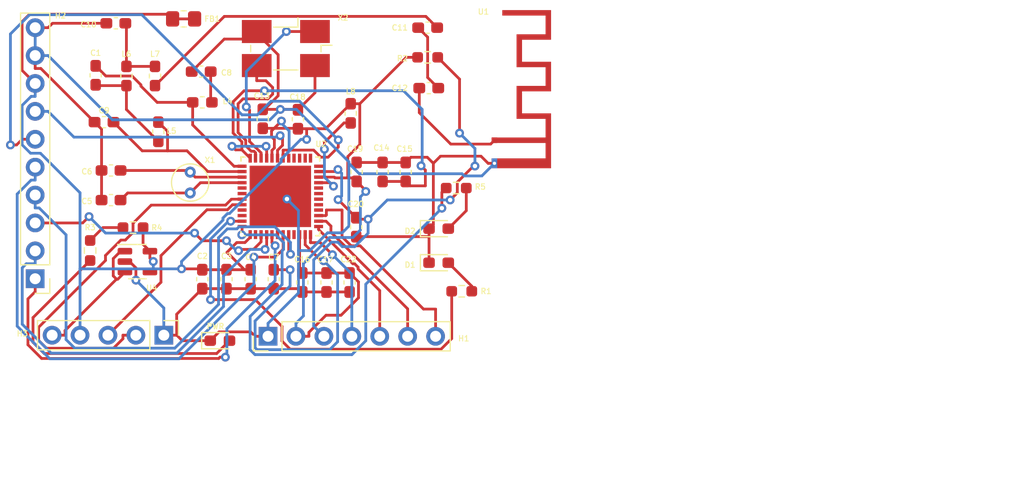
<source format=kicad_pcb>
(kicad_pcb (version 20221018) (generator pcbnew)
  (layers (0 "F.Cu" signal) (31 "B.Cu" signal) (34 "B.Paste" user) (35 "F.Paste" user) (36 "B.SilkS" user "B.Silkscreen") (37 "F.SilkS" user "F.Silkscreen") (38 "B.Mask" user) (39 "F.Mask" user) (44 "Edge.Cuts" user))
  (net 0 "")
  (net 1 "Net-(C1-Pad1)")
  (net 2 "GNDREF")
  (net 3 "Net-(U2-RF_N)")
  (net 4 "Net-(C8-Pad2)")
  (net 5 "Net-(U2-RF_P)")
  (net 6 "Net-(C10-Pad1)")
  (net 7 "Net-(C11-Pad1)")
  (net 8 "Net-(C11-Pad2)")
  (net 9 "Net-(C12-Pad1)")
  (net 10 "Net-(U2-DCOUPL)")
  (net 11 "+3V3")
  (net 12 "VDDR")
  (net 13 "Reset")
  (net 14 "X_32K_2")
  (net 15 "X_32K_1")
  (net 16 "Net-(D1-A)")
  (net 17 "Net-(D2-A)")
  (net 18 "Net-(PWR1-A)")
  (net 19 "JTAG_TMSC")
  (net 20 "JTAG_TCKC")
  (net 21 "TDO")
  (net 22 "TDI")
  (net 23 "UART_Rx")
  (net 24 "UART_Tx")
  (net 25 "+5V")
  (net 26 "/Pin_11")
  (net 27 "/Pin_10")
  (net 28 "/Pin_9")
  (net 29 "/Btn_2")
  (net 30 "/Btn_1")
  (net 31 "/An_2")
  (net 32 "/An_1")
  (net 33 "VDDS_DCDC")
  (net 34 "Net-(R3-Pad1)")
  (net 35 "/LED_1")
  (net 36 "/LED_2")
  (net 56 "X_48M_1")
  (net 57 "X_48M_2")
  (footprint "Capacitor_SMD:C_0603_1608Metric_Pad1.08x0.95mm_HandSolder" (layer "F.Cu") (at 133.9375 84.1375 90)
    (fp_text reference "C19")
    (fp_text value "0.1uf" hide)
  )
  (footprint "cc2652R7:cc2652R7" (layer "F.Cu") (at 127 86.36)
    (fp_text reference "U2")
    (fp_text value "cc2652R7" hide)
  )
  (footprint "Capacitor_SMD:C_0603_1608Metric_Pad1.08x0.95mm_HandSolder" (layer "F.Cu") (at 133.9 89.1625 -90)
    (fp_text reference "C20")
    (fp_text value "0.1uf" hide)
  )
  (footprint "Resistor_SMD:R_0603_1608Metric_Pad0.98x0.95mm_HandSolder" (layer "F.Cu") (at 113.6 89.2 180)
    (fp_text reference "R4")
    (fp_text value "0E" hide)
  )
  (footprint "Capacitor_SMD:C_0603_1608Metric_Pad1.08x0.95mm_HandSolder" (layer "F.Cu") (at 125.4 79.3 90)
    (fp_text reference "C13")
    (fp_text value "22uf" hide)
  )
  (footprint "Capacitor_SMD:C_0603_1608Metric_Pad1.08x0.95mm_HandSolder" (layer "F.Cu") (at 124.3 93.9 -90)
    (fp_text reference "C4")
    (fp_text value "0.1uf" hide)
  )
  (footprint "Capacitor_SMD:C_0603_1608Metric_Pad1.08x0.95mm_HandSolder" (layer "F.Cu") (at 122.1 93.9 -90)
    (fp_text reference "C3")
    (fp_text value "0.1uf" hide)
  )
  (footprint "Inductor_SMD:L_0603_1608Metric_Pad1.05x0.95mm_HandSolder" (layer "F.Cu") (at 119.9 77.8 180)
    (fp_text reference "L4")
    (fp_text value "3.7nH" hide)
  )
  (footprint "Capacitor_SMD:C_0603_1608Metric_Pad1.08x0.95mm_HandSolder" (layer "F.Cu") (at 119.9 93.9 -90)
    (fp_text reference "C2")
    (fp_text value "0.1uf" hide)
  )
  (footprint "Capacitor_SMD:C_0603_1608Metric_Pad1.08x0.95mm_HandSolder" (layer "F.Cu") (at 111.6 86.7 180)
    (fp_text reference "C5")
    (fp_text value "12pf" hide)
  )
  (footprint "Capacitor_SMD:C_0603_1608Metric_Pad1.08x0.95mm_HandSolder" (layer "F.Cu") (at 112.0375 70.6 180)
    (fp_text reference "C10")
    (fp_text value "1pf" hide)
  )
  (footprint "Crystal:Crystal_SMD_0603-4Pin_6.0x3.5mm_HandSoldering" (layer "F.Cu") (at 127.5 72.9 180)
    (fp_text reference "X2")
    (fp_text value "48MHz" hide)
  )
  (footprint "RF_Antenna:Texas_SWRA117D_2.4GHz_Left" (layer "F.Cu") (at 146.475 81.25 -90)
    (fp_text reference "U1")
    (fp_text value "Antenna_Dipole" hide)
  )
  (footprint "Connector_PinHeader_2.54mm:PinHeader_1x05_P2.54mm_Vertical" (layer "F.Cu") (at 116.4 99 -90)
    (fp_text reference "H3")
    (fp_text value "UART_Conn" hide)
  )
  (footprint "Capacitor_SMD:C_0603_1608Metric_Pad1.08x0.95mm_HandSolder" (layer "F.Cu") (at 119.8 75)
    (fp_text reference "C8")
    (fp_text value "12pf" hide)
  )
  (footprint "Capacitor_SMD:C_0603_1608Metric_Pad1.08x0.95mm_HandSolder" (layer "F.Cu") (at 138.4 84.1375 90)
    (fp_text reference "C15")
    (fp_text value "0.1uf" hide)
  )
  (footprint "Capacitor_SMD:C_0603_1608Metric_Pad1.08x0.95mm_HandSolder" (layer "F.Cu") (at 129 94.2 -90)
    (fp_text reference "C16")
    (fp_text value "0.1uf" hide)
  )
  (footprint "Resistor_SMD:R_0603_1608Metric_Pad0.98x0.95mm_HandSolder" (layer "F.Cu") (at 109.7 91.2875 -90)
    (fp_text reference "R3")
    (fp_text value "1K" hide)
  )
  (footprint "LED_SMD:LED_0603_1608Metric_Pad1.05x0.95mm_HandSolder" (layer "F.Cu") (at 141.4 89.3)
    (fp_text reference "D2")
    (fp_text value "LED_2" hide)
  )
  (footprint "Capacitor_SMD:C_0603_1608Metric_Pad1.08x0.95mm_HandSolder" (layer "F.Cu") (at 110.9625 79.6 180)
    (fp_text reference "C9")
    (fp_text value "1pf" hide)
  )
  (footprint "Capacitor_SMD:C_0603_1608Metric_Pad1.08x0.95mm_HandSolder" (layer "F.Cu") (at 111.6 84 180)
    (fp_text reference "C6")
    (fp_text value "12pf" hide)
  )
  (footprint "Resistor_SMD:R_0603_1608Metric_Pad0.98x0.95mm_HandSolder" (layer "F.Cu") (at 143 85.6)
    (fp_text reference "R5")
    (fp_text value "1K" hide)
  )
  (footprint "Capacitor_SMD:C_0603_1608Metric_Pad1.08x0.95mm_HandSolder" (layer "F.Cu") (at 140.4 71)
    (fp_text reference "C11")
    (fp_text value "12pf" hide)
  )
  (footprint "Connector_PinHeader_2.54mm:PinHeader_1x07_P2.54mm_Vertical" (layer "F.Cu") (at 125.88 99.1 90)
    (fp_text reference "H1")
    (fp_text value "JTAG_Conn" hide)
  )
  (footprint "Connector_PinHeader_2.54mm:PinHeader_1x10_P2.54mm_Vertical" (layer "F.Cu") (at 104.7 93.86 180)
    (fp_text reference "H2")
    (fp_text value "Headers" hide)
  )
  (footprint "Capacitor_SMD:C_0603_1608Metric_Pad1.08x0.95mm_HandSolder" (layer "F.Cu") (at 126.4 93.9 90)
    (fp_text reference "C7")
    (fp_text value "1uf" hide)
  )
  (footprint "Capacitor_SMD:C_0603_1608Metric_Pad1.08x0.95mm_HandSolder" (layer "F.Cu") (at 140.5 76.5)
    (fp_text reference "C12")
    (fp_text value "12pf" hide)
  )
  (footprint "LED_SMD:LED_0603_1608Metric_Pad1.05x0.95mm_HandSolder" (layer "F.Cu") (at 121.5 99.5)
    (fp_text reference "PWR")
    (fp_text value "LED" hide)
  )
  (footprint "Package_TO_SOT_SMD:SOT-23-5" (layer "F.Cu") (at 114 92.3)
    (fp_text reference "U4")
    (fp_text value "AP2112K-3.3" hide)
  )
  (footprint "Resistor_SMD:R_0603_1608Metric_Pad0.98x0.95mm_HandSolder" (layer "F.Cu") (at 140.4 73.7)
    (fp_text reference "R2")
    (fp_text value "100K" hide)
  )
  (footprint "Capacitor_SMD:C_0603_1608Metric_Pad1.08x0.95mm_HandSolder" (layer "F.Cu") (at 110.2 75.3375 90)
    (fp_text reference "C1")
    (fp_text value "1pf" hide)
  )
  (footprint "Inductor_SMD:L_0603_1608Metric_Pad1.05x0.95mm_HandSolder" (layer "F.Cu") (at 113 75.4 90)
    (fp_text reference "L6")
    (fp_text value "3.4nH" hide)
  )
  (footprint "Inductor_SMD:L_0603_1608Metric_Pad1.05x0.95mm_HandSolder" (layer "F.Cu") (at 115.9 80.475 -90)
    (fp_text reference "L5")
    (fp_text value "3.7nH" hide)
  )
  (footprint "Inductor_SMD:L_0603_1608Metric_Pad1.05x0.95mm_HandSolder" (layer "F.Cu") (at 115.6 75.4 -90)
    (fp_text reference "L7")
    (fp_text value "3.4nH" hide)
  )
  (footprint "Resistor_SMD:R_0805_2012Metric_Pad1.20x1.40mm_HandSolder" (layer "F.Cu") (at 118.2 70.2)
    (fp_text reference "FB1")
    (fp_text value "FerriteBead" hide)
  )
  (footprint "Capacitor_SMD:C_0603_1608Metric_Pad1.08x0.95mm_HandSolder" (layer "F.Cu") (at 128.6 79.3375 90)
    (fp_text reference "C18")
    (fp_text value "0.1uf" hide)
  )
  (footprint "Resistor_SMD:R_0603_1608Metric_Pad0.98x0.95mm_HandSolder" (layer "F.Cu") (at 143.5 95)
    (fp_text reference "R1")
    (fp_text value "1K" hide)
  )
  (footprint "Capacitor_SMD:C_0603_1608Metric_Pad1.08x0.95mm_HandSolder" (layer "F.Cu") (at 136.3 84.1375 90)
    (fp_text reference "C14")
    (fp_text value "0.1uf" hide)
  )
  (footprint "Crystal:Crystal_C38-LF_D3.0mm_L8.0mm_Vertical" (layer "F.Cu") (at 118.8 86.05 90)
    (fp_text reference "X1")
    (fp_text value "32.768KHz" hide)
  )
  (footprint "LED_SMD:LED_0603_1608Metric_Pad1.05x0.95mm_HandSolder" (layer "F.Cu") (at 141.4 92.4)
    (fp_text reference "D1")
    (fp_text value "LED_1" hide)
  )
  (footprint "Capacitor_SMD:C_0603_1608Metric_Pad1.08x0.95mm_HandSolder" (layer "F.Cu") (at 131.2 94.2 -90)
    (fp_text reference "C17")
    (fp_text value "0.1uf" hide)
  )
  (footprint "Capacitor_SMD:C_0603_1608Metric_Pad1.08x0.95mm_HandSolder" (layer "F.Cu") (at 133.3 94.2 -90)
    (fp_text reference "C22")
    (fp_text value "2.2uf" hide)
  )
  (footprint "Inductor_SMD:L_0603_1608Metric_Pad1.05x0.95mm_HandSolder" (layer "F.Cu") (at 133.4 78.8 -90)
    (fp_text reference "L8")
    (fp_text value "6.8uH" hide)
  )
  (segment (start 113 76.275) (end 113 78.45) (width 0.25) (layer "F.Cu") (net 1))
  (segment (start 113 78.45) (end 115.9 81.35) (width 0.25) (layer "F.Cu") (net 1))
  (segment (start 110.275 76.275) (end 110.2 76.2) (width 0.25) (layer "F.Cu") (net 1))
  (segment (start 113 76.275) (end 110.275 76.275) (width 0.25) (layer "F.Cu") (net 1))
  (segment (start 140.525 90.025) (end 133.9 90.025) (width 0.25) (layer "F.Cu") (net 2))
  (segment (start 140.9171 83.35) (end 140.9171 88.9079) (width 0.25) (layer "F.Cu") (net 2))
  (segment (start 113.8635 92.8743) (end 113.8635 93.9867) (width 0.25) (layer "F.Cu") (net 2))
  (segment (start 136.3 83.275) (end 133.9375 83.275) (width 0.25) (layer "F.Cu") (net 2))
  (segment (start 126.8015 73.4662) (end 125.3737 72.0384) (width 0.25) (layer "F.Cu") (net 2))
  (segment (start 125.5598 78.4375) (end 126.8015 77.1958) (width 0.25) (layer "F.Cu") (net 2))
  (segment (start 140.3671 82.8) (end 138.875 82.8) (width 0.25) (layer "F.Cu") (net 2))
  (segment (start 113.2892 92.3) (end 113.8635 92.8743) (width 0.25) (layer "F.Cu") (net 2))
  (segment (start 129 95.0625) (end 128.7 94.7625) (width 0.25) (layer "F.Cu") (net 2))
  (segment (start 125.88 99.1) (end 124.7031 99.1) (width 0.25) (layer "F.Cu") (net 2))
  (segment (start 124.3003 98.6972) (end 121.4278 98.6972) (width 0.25) (layer "F.Cu") (net 2))
  (segment (start 117.5707 99) (end 117.5769 99) (width 0.25) (layer "F.Cu") (net 2))
  (segment (start 145.2481 82.7) (end 141.5671 82.7) (width 0.25) (layer "F.Cu") (net 2))
  (segment (start 117.5707 97.0918) (end 119.9 94.7625) (width 0.25) (layer "F.Cu") (net 2))
  (segment (start 130.15 76.925) (end 128.6 78.475) (width 0.25) (layer "F.Cu") (net 2))
  (segment (start 112.8625 92.3) (end 113.2892 92.3) (width 0.25) (layer "F.Cu") (net 2))
  (segment (start 104.7 73.54) (end 104.7 74.7169) (width 0.25) (layer "F.Cu") (net 2))
  (segment (start 130.15 74.45) (end 130.15 76.925) (width 0.25) (layer "F.Cu") (net 2))
  (segment (start 124.85 71.35) (end 124.85 72.0384) (width 0.25) (layer "F.Cu") (net 2))
  (segment (start 125.3737 72.0384) (end 124.85 72.0384) (width 0.25) (layer "F.Cu") (net 2))
  (segment (start 105.2169 74.7169) (end 110.1 79.6) (width 0.25) (layer "F.Cu") (net 2))
  (segment (start 128.5657 78.4407) (end 128.6 78.475) (width 0.25) (layer "F.Cu") (net 2))
  (segment (start 125.4 78.4375) (end 125.5598 78.4375) (width 0.25) (layer "F.Cu") (net 2))
  (segment (start 110.7375 84) (end 110.7375 86.7) (width 0.25) (layer "F.Cu") (net 2))
  (segment (start 124.7031 99.1) (end 124.3003 98.6972) (width 0.25) (layer "F.Cu") (net 2))
  (segment (start 117.5707 99) (end 117.5707 97.0918) (width 0.25) (layer "F.Cu") (net 2))
  (segment (start 145.8981 83.35) (end 145.2481 82.7) (width 0.25) (layer "F.Cu") (net 2))
  (segment (start 128.7 94.7625) (end 126.4 94.7625) (width 0.25) (layer "F.Cu") (net 2))
  (segment (start 106.2769 70.6) (end 105.8769 71) (width 0.25) (layer "F.Cu") (net 2))
  (segment (start 125.4 78.4375) (end 126.9968 78.4375) (width 0.25) (layer "F.Cu") (net 2))
  (segment (start 120.625 99.5) (end 118.0769 99.5) (width 0.25) (layer "F.Cu") (net 2))
  (segment (start 126.9968 78.4375) (end 127 78.4407) (width 0.25) (layer "F.Cu") (net 2))
  (segment (start 140.9171 88.9079) (end 140.525 89.3) (width 0.25) (layer "F.Cu") (net 2))
  (segment (start 121.4278 98.6972) (end 120.625 99.5) (width 0.25) (layer "F.Cu") (net 2))
  (segment (start 119.9 94.7625) (end 122.1 94.7625) (width 0.25) (layer "F.Cu") (net 2))
  (segment (start 140.525 92.4) (end 140.525 90.025) (width 0.25) (layer "F.Cu") (net 2))
  (segment (start 140.525 90.025) (end 140.525 89.3) (width 0.25) (layer "F.Cu") (net 2))
  (segment (start 122.1 94.7625) (end 124.3 94.7625) (width 0.25) (layer "F.Cu") (net 2))
  (segment (start 104.7 74.7169) (end 105.2169 74.7169) (width 0.25) (layer "F.Cu") (net 2))
  (segment (start 118.0769 99.5) (end 117.5769 99) (width 0.25) (layer "F.Cu") (net 2))
  (segment (start 133.3 95.0625) (end 131.2 95.0625) (width 0.25) (layer "F.Cu") (net 2))
  (segment (start 124.3 94.7625) (end 126.4 94.7625) (width 0.25) (layer "F.Cu") (net 2))
  (segment (start 126.8015 77.1958) (end 126.8015 73.4662) (width 0.25) (layer "F.Cu") (net 2))
  (segment (start 121.8991 72.0384) (end 124.85 72.0384) (width 0.25) (layer "F.Cu") (net 2))
  (segment (start 110.7375 80.2375) (end 110.1 79.6) (width 0.25) (layer "F.Cu") (net 2))
  (segment (start 111.175 70.6) (end 106.2769 70.6) (width 0.25) (layer "F.Cu") (net 2))
  (segment (start 141.5671 82.7) (end 140.9171 83.35) (width 0.25) (layer "F.Cu") (net 2))
  (segment (start 138.875 82.8) (end 138.4 83.275) (width 0.25) (layer "F.Cu") (net 2))
  (segment (start 140.9171 83.35) (end 140.3671 82.8) (width 0.25) (layer "F.Cu") (net 2))
  (segment (start 138.4 83.275) (end 136.3 83.275) (width 0.25) (layer "F.Cu") (net 2))
  (segment (start 110.7375 84) (end 110.7375 80.2375) (width 0.25) (layer "F.Cu") (net 2))
  (segment (start 146.475 83.35) (end 145.8981 83.35) (width 0.25) (layer "F.Cu") (net 2))
  (segment (start 131.2 95.0625) (end 129 95.0625) (width 0.25) (layer "F.Cu") (net 2))
  (segment (start 116.4 99) (end 117.5707 99) (width 0.25) (layer "F.Cu") (net 2))
  (segment (start 127 78.4407) (end 128.5657 78.4407) (width 0.25) (layer "F.Cu") (net 2))
  (segment (start 104.7 71) (end 105.8769 71) (width 0.25) (layer "F.Cu") (net 2))
  (segment (start 118.9375 75) (end 121.8991 72.0384) (width 0.25) (layer "F.Cu") (net 2))
  (via (at 113.8635 93.9867) (size 0.8) (drill 0.4) (layers "F.Cu" "B.Cu") (net 2))
  (via (at 127 78.4407) (size 0.8) (drill 0.4) (layers "F.Cu" "B.Cu") (net 2))
  (via (at 127.6 86.6) (size 0.8) (drill 0.4) (layers "F.Cu" "B.Cu") (net 2))
  (segment (start 128.4603 78.4407) (end 133.2322 83.2126) (width 0.25) (layer "B.Cu") (net 2))
  (segment (start 145.325 84.5) (end 143.725305 84.5) (width 0.25) (layer "B.Cu") (net 2))
  (segment (start 116.4 96.5232) (end 113.8635 93.9867) (width 0.25) (layer "B.Cu") (net 2))
  (segment (start 128.6475 87.6475) (end 128.6475 91.2959) (width 0.25) (layer "B.Cu") (net 2))
  (segment (start 126.0528 79.3879) (end 127 78.4407) (width 0.25) (layer "B.Cu") (net 2))
  (segment (start 125.88 99.1) (end 125.88 97.9231) (width 0.25) (layer "B.Cu") (net 2))
  (segment (start 111.7248 79.3879) (end 126.0528 79.3879) (width 0.25) (layer "B.Cu") (net 2))
  (segment (start 104.7 71) (end 104.7 73.54) (width 0.25) (layer "B.Cu") (net 2))
  (segment (start 116.4 99) (end 116.4 96.5232) (width 0.25) (layer "B.Cu") (net 2))
  (segment (start 143.725305 84.5) (end 143.525305 84.3) (width 0.25) (layer "B.Cu") (net 2))
  (segment (start 104.7 73.54) (end 105.8769 73.54) (width 0.25) (layer "B.Cu") (net 2))
  (segment (start 134.1822 84.3) (end 133.2322 83.35) (width 0.25) (layer "B.Cu") (net 2))
  (segment (start 146.475 83.35) (end 145.325 84.5) (width 0.25) (layer "B.Cu") (net 2))
  (segment (start 131.293781 89.678379) (end 132.621621 89.678379) (width 0.25) (layer "B.Cu") (net 2))
  (segment (start 127.6 86.6) (end 128.6475 87.6475) (width 0.25) (layer "B.Cu") (net 2))
  (segment (start 128.6475 95.1556) (end 128.6475 91.2959) (width 0.25) (layer "B.Cu") (net 2))
  (segment (start 128.6475 91.2959) (end 129.67626 91.2959) (width 0.25) (layer "B.Cu") (net 2))
  (segment (start 105.8769 73.54) (end 111.7248 79.3879) (width 0.25) (layer "B.Cu") (net 2))
  (segment (start 132.621621 89.678379) (end 133.2322 89.0678) (width 0.25) (layer "B.Cu") (net 2))
  (segment (start 129.67626 91.2959) (end 131.293781 89.678379) (width 0.25) (layer "B.Cu") (net 2))
  (segment (start 133.2322 89.0678) (end 133.2322 83.35) (width 0.25) (layer "B.Cu") (net 2))
  (segment (start 127 78.4407) (end 128.4603 78.4407) (width 0.25) (layer "B.Cu") (net 2))
  (segment (start 125.88 97.9231) (end 128.6475 95.1556) (width 0.25) (layer "B.Cu") (net 2))
  (segment (start 143.525305 84.3) (end 134.1822 84.3) (width 0.25) (layer "B.Cu") (net 2))
  (segment (start 133.2322 83.2126) (end 133.2322 83.35) (width 0.25) (layer "B.Cu") (net 2))
  (segment (start 116.7412 82.2117) (end 118.5117 82.2117) (width 0.25) (layer "F.Cu") (net 3))
  (segment (start 111.825 79.6) (end 114.4367 82.2117) (width 0.25) (layer "F.Cu") (net 3))
  (segment (start 120.3994 84.0994) (end 123.5202 84.0994) (width 0.25) (layer "F.Cu") (net 3))
  (segment (start 118.5117 82.2117) (end 120.3994 84.0994) (width 0.25) (layer "F.Cu") (net 3))
  (segment (start 115.9 79.6) (end 116.7412 80.4412) (width 0.25) (layer "F.Cu") (net 3))
  (segment (start 116.7412 80.4412) (end 116.7412 82.2117) (width 0.25) (layer "F.Cu") (net 3))
  (segment (start 114.4367 82.2117) (end 116.7412 82.2117) (width 0.25) (layer "F.Cu") (net 3))
  (segment (start 120.6625 77.6875) (end 120.6625 75) (width 0.25) (layer "F.Cu") (net 4))
  (segment (start 120.775 77.8) (end 120.6625 77.6875) (width 0.25) (layer "F.Cu") (net 4))
  (segment (start 119.025 79.8549) (end 122.7869 83.6168) (width 0.25) (layer "F.Cu") (net 5))
  (segment (start 114.3141 76.3175) (end 114.3141 76.2027) (width 0.25) (layer "F.Cu") (net 5))
  (segment (start 111.1251 75.4001) (end 110.2 74.475) (width 0.25) (layer "F.Cu") (net 5))
  (segment (start 119.025 77.8) (end 115.7966 77.8) (width 0.25) (layer "F.Cu") (net 5))
  (segment (start 115.7966 77.8) (end 114.3141 76.3175) (width 0.25) (layer "F.Cu") (net 5))
  (segment (start 119.025 77.8) (end 119.025 79.8549) (width 0.25) (layer "F.Cu") (net 5))
  (segment (start 123.5202 83.6168) (end 122.7869 83.6168) (width 0.25) (layer "F.Cu") (net 5))
  (segment (start 114.3141 76.2027) (end 113.5115 75.4001) (width 0.25) (layer "F.Cu") (net 5))
  (segment (start 113.5115 75.4001) (end 111.1251 75.4001) (width 0.25) (layer "F.Cu") (net 5))
  (segment (start 113 74.525) (end 113 70.7) (width 0.25) (layer "F.Cu") (net 6))
  (segment (start 113 70.7) (end 112.9 70.6) (width 0.25) (layer "F.Cu") (net 6))
  (segment (start 113 74.525) (end 115.6 74.525) (width 0.25) (layer "F.Cu") (net 6))
  (segment (start 140.3987 71.8612) (end 139.5375 71) (width 0.25) (layer "F.Cu") (net 7))
  (segment (start 140.3987 75.5362) (end 140.3987 71.8612) (width 0.25) (layer "F.Cu") (net 7))
  (segment (start 141.3625 76.5) (end 140.3987 75.5362) (width 0.25) (layer "F.Cu") (net 7))
  (segment (start 140.2356 69.9731) (end 121.9019 69.9731) (width 0.25) (layer "F.Cu") (net 8))
  (segment (start 141.2625 71) (end 140.2356 69.9731) (width 0.25) (layer "F.Cu") (net 8))
  (segment (start 121.9019 69.9731) (end 115.6 76.275) (width 0.25) (layer "F.Cu") (net 8))
  (segment (start 139.6375 78.7375) (end 139.6375 76.5) (width 0.25) (layer "F.Cu") (net 9))
  (segment (start 146.475 81.25) (end 146.125 81.6) (width 0.25) (layer "F.Cu") (net 9))
  (segment (start 146.125 81.6) (end 142.5 81.6) (width 0.25) (layer "F.Cu") (net 9))
  (segment (start 142.5 81.6) (end 139.6375 78.7375) (width 0.25) (layer "F.Cu") (net 9))
  (segment (start 130.936879 92.225903) (end 130.720503 92.225903) (width 0.25) (layer "F.Cu") (net 10))
  (segment (start 129.2606 90.766) (end 129.2606 89.8398) (width 0.25) (layer "F.Cu") (net 10))
  (segment (start 130.720503 92.225903) (end 129.2606 90.766) (width 0.25) (layer "F.Cu") (net 10))
  (segment (start 126.4 93.0375) (end 127.8869 93.0375) (width 0.25) (layer "F.Cu") (net 10))
  (via (at 130.936879 92.225903) (size 0.8) (drill 0.4) (layers "F.Cu" "B.Cu") (net 10))
  (via (at 127.8869 93.0375) (size 0.8) (drill 0.4) (layers "F.Cu" "B.Cu") (net 10))
  (segment (start 132.2094 99.5975) (end 131.4918 100.3151) (width 0.25) (layer "B.Cu") (net 10))
  (segment (start 127.8869 94.5175) (end 127.8869 93.0375) (width 0.25) (layer "B.Cu") (net 10))
  (segment (start 124.8793 100.3151) (end 124.7031 100.1389) (width 0.25) (layer "B.Cu") (net 10))
  (segment (start 132.2094 93.498424) (end 132.2094 99.5975) (width 0.25) (layer "B.Cu") (net 10))
  (segment (start 130.936879 92.225903) (end 132.2094 93.498424) (width 0.25) (layer "B.Cu") (net 10))
  (segment (start 124.7031 97.7013) (end 127.8869 94.5175) (width 0.25) (layer "B.Cu") (net 10))
  (segment (start 131.4918 100.3151) (end 124.8793 100.3151) (width 0.25) (layer "B.Cu") (net 10))
  (segment (start 124.7031 100.1389) (end 124.7031 97.7013) (width 0.25) (layer "B.Cu") (net 10))
  (segment (start 126.238 82.17295) (end 126.238 82.8802) (width 0.25) (layer "F.Cu") (net 11))
  (segment (start 125.4 80.1625) (end 128.5625 80.1625) (width 0.25) (layer "F.Cu") (net 11))
  (segment (start 128.7526 93.0901) (end 128.7526 89.8398) (width 0.25) (layer "F.Cu") (net 11))
  (segment (start 126.45605 81.189294) (end 126.45605 81.9549) (width 0.25) (layer "F.Cu") (net 11))
  (segment (start 123.78165 90.5636) (end 123.0364 90.5636) (width 0.25) (layer "F.Cu") (net 11))
  (segment (start 134.7698 85.8323) (end 134.7698 85.915) (width 0.25) (layer "F.Cu") (net 11))
  (segment (start 124.2568 89.8398) (end 124.2568 90.08845) (width 0.25) (layer "F.Cu") (net 11))
  (segment (start 134.2252 77.925) (end 134.2252 81.6503) (width 0.25) (layer "F.Cu") (net 11))
  (segment (start 119.9 93.0375) (end 122.1 93.0375) (width 0.25) (layer "F.Cu") (net 11))
  (segment (start 128.5625 80.1625) (end 128.6 80.2) (width 0.25) (layer "F.Cu") (net 11))
  (segment (start 129.3925 80.2) (end 129.3925 81.1726) (width 0.25) (layer "F.Cu") (net 11))
  (segment (start 122.1 93.0375) (end 124.3 93.0375) (width 0.25) (layer "F.Cu") (net 11))
  (segment (start 129.5969 98.7403) (end 129.5969 99.1) (width 0.25) (layer "F.Cu") (net 11))
  (segment (start 115.1375 91.35) (end 114.5125 90.725) (width 0.25) (layer "F.Cu") (net 11))
  (segment (start 104.1822 69.7767) (end 103.5096 70.4493) (width 0.25) (layer "F.Cu") (net 11))
  (segment (start 119.9 93.0375) (end 119.8238 92.9613) (width 0.25) (layer "F.Cu") (net 11))
  (segment (start 123.7375 93.0375) (end 124.3 93.0375) (width 0.25) (layer "F.Cu") (net 11))
  (segment (start 134.1074 94.1449) (end 134.1074 95.5989) (width 0.25) (layer "F.Cu") (net 11))
  (segment (start 131.125 80.2) (end 133.4 77.925) (width 0.25) (layer "F.Cu") (net 11))
  (segment (start 134.1074 95.5989) (end 132.5243 97.182) (width 0.25) (layer "F.Cu") (net 11))
  (segment (start 129.0085 99.1) (end 129.5969 99.1) (width 0.25) (layer "F.Cu") (net 11))
  (segment (start 119.2 70.2) (end 117.2 70.2) (width 0.25) (layer "F.Cu") (net 11))
  (segment (start 131.9759 84.6788) (end 131.9045 84.6074) (width 0.25) (layer "F.Cu") (net 11))
  (segment (start 134.2252 77.925) (end 133.4 77.925) (width 0.25) (layer "F.Cu") (net 11))
  (segment (start 133.9375 85) (end 133.6163 84.6788) (width 0.25) (layer "F.Cu") (net 11))
  (segment (start 133.1347 82.7408) (end 133.1347 84.6788) (width 0.25) (layer "F.Cu") (net 11))
  (segment (start 114.5125 90.725) (end 114.5125 89.2) (width 0.25) (layer "F.Cu") (net 11))
  (segment (start 139.4875 73.7) (end 138.4502 73.7) (width 0.25) (layer "F.Cu") (net 11))
  (segment (start 133.3 93.3375) (end 134.1074 94.1449) (width 0.25) (layer "F.Cu") (net 11))
  (segment (start 131.2 93.3375) (end 133.3 93.3375) (width 0.25) (layer "F.Cu") (net 11))
  (segment (start 103.5096 70.4493) (end 103.5096 74.8896) (width 0.25) (layer "F.Cu") (net 11))
  (segment (start 126.2 80.4) (end 126.2 80.933244) (width 0.25) (layer "F.Cu") (net 11))
  (segment (start 122.15 91.45) (end 123.7375 93.0375) (width 0.25) (layer "F.Cu") (net 11))
  (segment (start 126.45605 81.9549) (end 126.238 82.17295) (width 0.25) (layer "F.Cu") (net 11))
  (segment (start 134.2252 81.6503) (end 133.1347 82.7408) (width 0.25) (layer "F.Cu") (net 11))
  (segment (start 132.5243 97.182) (end 131.1552 97.182) (width 0.25) (layer "F.Cu") (net 11))
  (segment (start 129.0085 99.1) (end 128.8269 99.1) (width 0.25) (layer "F.Cu") (net 11))
  (segment (start 128.42 99.1) (end 128.8269 99.1) (width 0.25) (layer "F.Cu") (net 11))
  (segment (start 131.9045 84.6074) (end 130.4798 84.6074) (width 0.25) (layer "F.Cu") (net 11))
  (segment (start 126.2 80.933244) (end 126.45605 81.189294) (width 0.25) (layer "F.Cu") (net 11))
  (segment (start 117.2 70.2) (end 116.7767 69.7767) (width 0.25) (layer "F.Cu") (net 11))
  (segment (start 129 93.3375) (end 128.7526 93.0901) (width 0.25) (layer "F.Cu") (net 11))
  (segment (start 115.44 92.2886) (end 115.1375 91.9861) (width 0.25) (layer "F.Cu") (net 11))
  (segment (start 133.6163 84.6788) (end 133.1347 84.6788) (width 0.25) (layer "F.Cu") (net 11))
  (segment (start 133.9375 85) (end 134.7698 85.8323) (width 0.25) (layer "F.Cu") (net 11))
  (segment (start 128.6 80.2) (end 129.3925 80.2) (width 0.25) (layer "F.Cu") (net 11))
  (segment (start 138.4502 73.7) (end 134.2252 77.925) (width 0.25) (layer "F.Cu") (net 11))
  (segment (start 133.1347 84.6788) (end 131.9759 84.6788) (width 0.25) (layer "F.Cu") (net 11))
  (segment (start 123.0364 90.5636) (end 122.15 91.45) (width 0.25) (layer "F.Cu") (net 11))
  (segment (start 127.1 79.5) (end 126.2 80.4) (width 0.25) (layer "F.Cu") (net 11))
  (segment (start 124.2568 90.08845) (end 123.78165 90.5636) (width 0.25) (layer "F.Cu") (net 11))
  (segment (start 119.8238 92.9613) (end 118.0129 92.9613) (width 0.25) (layer "F.Cu") (net 11))
  (segment (start 115.1375 91.9861) (end 115.1375 91.35) (width 0.25) (layer "F.Cu") (net 11))
  (segment (start 131.2 93.3375) (end 129 93.3375) (width 0.25) (layer "F.Cu") (net 11))
  (segment (start 116.7767 69.7767) (end 104.1822 69.7767) (width 0.25) (layer "F.Cu") (net 11))
  (segment (start 129.3925 80.2) (end 131.125 80.2) (width 0.25) (layer "F.Cu") (net 11))
  (segment (start 103.5096 74.8896) (end 104.7 76.08) (width 0.25) (layer "F.Cu") (net 11))
  (segment (start 131.1552 97.182) (end 129.5969 98.7403) (width 0.25) (layer "F.Cu") (net 11))
  (via (at 129.3925 81.1726) (size 0.8) (drill 0.4) (layers "F.Cu" "B.Cu") (net 11))
  (via (at 134.7698 85.915) (size 0.8) (drill 0.4) (layers "F.Cu" "B.Cu") (net 11))
  (via (at 118.0129 92.9613) (size 0.8) (drill 0.4) (layers "F.Cu" "B.Cu") (net 11))
  (via (at 127.1 79.5) (size 0.8) (drill 0.4) (layers "F.Cu" "B.Cu") (net 11))
  (via (at 115.44 92.2886) (size 0.8) (drill 0.4) (layers "F.Cu" "B.Cu") (net 11))
  (segment (start 104.7 77.2569) (end 104.3322 77.2569) (width 0.25) (layer "B.Cu") (net 11))
  (segment (start 108.7799 92.9597) (end 108.78 92.9597) (width 0.25) (layer "B.Cu") (net 11))
  (segment (start 104.3322 77.2569) (end 103.5124 78.0767) (width 0.25) (layer "B.Cu") (net 11))
  (segment (start 108.7799 86.0333) (end 108.7799 92.9597) (width 0.25) (layer "B.Cu") (net 11))
  (segment (start 103.5124 81.6642) (end 104.2782 82.43) (width 0.25) (layer "B.Cu") (net 11))
  (segment (start 118.0129 92.9613) (end 118.0129 92.2871) (width 0.25) (layer "B.Cu") (net 11))
  (segment (start 128.42 97.9231) (end 129.0994 97.2437) (width 0.25) (layer "B.Cu") (net 11))
  (segment (start 127.0785 83.2215) (end 127.0785 82.9614) (width 0.25) (layer "B.Cu") (net 11))
  (segment (start 122.3794 87.9206) (end 127.0785 83.2215) (width 0.25) (layer "B.Cu") (net 11))
  (segment (start 104.2782 82.43) (end 105.1766 82.43) (width 0.25) (layer "B.Cu") (net 11))
  (segment (start 115.44 92.9597) (end 118.0113 92.9597) (width 0.25) (layer "B.Cu") (net 11))
  (segment (start 122.19115 87.9206) (end 122.3794 87.9206) (width 0.25) (layer "B.Cu") (net 11))
  (segment (start 134.2812 89.4188) (end 134.2812 86.4036) (width 0.25) (layer "B.Cu") (net 11))
  (segment (start 131.469821 90.103379) (end 133.596621 90.103379) (width 0.25) (layer "B.Cu") (net 11))
  (segment (start 128.42 99.1) (end 128.42 97.9231) (width 0.25) (layer "B.Cu") (net 11))
  (segment (start 127.1 79.5) (end 127.1 79.7) (width 0.25) (layer "B.Cu") (net 11))
  (segment (start 118.0129 92.2871) (end 121.7811 88.5189) (width 0.25) (layer "B.Cu") (net 11))
  (segment (start 133.596621 90.103379) (end 134.2812 89.4188) (width 0.25) (layer "B.Cu") (net 11))
  (segment (start 108.78 92.9597) (end 108.78 99) (width 0.25) (layer "B.Cu") (net 11))
  (segment (start 103.5124 78.0767) (end 103.5124 81.6642) (width 0.25) (layer "B.Cu") (net 11))
  (segment (start 118.0113 92.9597) (end 118.0129 92.9613) (width 0.25) (layer "B.Cu") (net 11))
  (segment (start 115.44 92.9597) (end 115.44 92.2886) (width 0.25) (layer "B.Cu") (net 11))
  (segment (start 105.1766 82.43) (end 108.7799 86.0333) (width 0.25) (layer "B.Cu") (net 11))
  (segment (start 129.0994 92.4738) (end 131.469821 90.103379) (width 0.25) (layer "B.Cu") (net 11))
  (segment (start 104.7 76.08) (end 104.7 77.2569) (width 0.25) (layer "B.Cu") (net 11))
  (segment (start 127.0785 82.9614) (end 128.8673 81.1726) (width 0.25) (layer "B.Cu") (net 11))
  (segment (start 134.2812 86.4036) (end 134.7698 85.915) (width 0.25) (layer "B.Cu") (net 11))
  (segment (start 121.7811 88.33065) (end 122.19115 87.9206) (width 0.25) (layer "B.Cu") (net 11))
  (segment (start 121.7811 88.5189) (end 121.7811 88.33065) (width 0.25) (layer "B.Cu") (net 11))
  (segment (start 127.8 82.2399) (end 127.0785 82.9614) (width 0.25) (layer "B.Cu") (net 11))
  (segment (start 129.0994 97.2437) (end 129.0994 92.4738) (width 0.25) (layer "B.Cu") (net 11))
  (segment (start 127.1 79.7) (end 127.8 80.4) (width 0.25) (layer "B.Cu") (net 11))
  (segment (start 108.78 92.9597) (end 115.44 92.9597) (width 0.25) (layer "B.Cu") (net 11))
  (segment (start 127.8 80.4) (end 127.8 82.2399) (width 0.25) (layer "B.Cu") (net 11))
  (segment (start 128.8673 81.1726) (end 129.3925 81.1726) (width 0.25) (layer "B.Cu") (net 11))
  (segment (start 122.9234 82.1234) (end 122.6 81.8) (width 0.25) (layer "F.Cu") (net 12))
  (segment (start 139.8 83.5755) (end 140.1902 83.9657) (width 0.25) (layer "F.Cu") (net 12))
  (segment (start 122.7058 80.5959) (end 122.7058 77.7387) (width 0.25) (layer "F.Cu") (net 12))
  (segment (start 123.5 82.1234) (end 123.5 81.3901) (width 0.25) (layer "F.Cu") (net 12))
  (segment (start 123.5 82.1234) (end 122.9234 82.1234) (width 0.25) (layer "F.Cu") (net 12))
  (segment (start 123.7021 76.7424) (end 125.5516 76.7424) (width 0.25) (layer "F.Cu") (net 12))
  (segment (start 140.1902 85.4016) (end 138.8016 85.4016) (width 0.25) (layer "F.Cu") (net 12))
  (segment (start 138.4 85) (end 136.3 85) (width 0.25) (layer "F.Cu") (net 12))
  (segment (start 138.8016 85.4016) (end 138.4 85) (width 0.25) (layer "F.Cu") (net 12))
  (segment (start 140.1902 83.9657) (end 140.1902 85.4016) (width 0.25) (layer "F.Cu") (net 12))
  (segment (start 123.5 81.3901) (end 122.7058 80.5959) (width 0.25) (layer "F.Cu") (net 12))
  (segment (start 125.7554 82.8802) (end 125.7554 81.8554) (width 0.25) (layer "F.Cu") (net 12))
  (segment (start 125.7554 81.8554) (end 125.7 81.8) (width 0.25) (layer "F.Cu") (net 12))
  (segment (start 122.7058 77.7387) (end 123.7021 76.7424) (width 0.25) (layer "F.Cu") (net 12))
  (segment (start 124.2568 82.8802) (end 123.5 82.1234) (width 0.25) (layer "F.Cu") (net 12))
  (via (at 125.7 81.8) (size 0.8) (drill 0.4) (layers "F.Cu" "B.Cu") (net 12))
  (via (at 139.8 83.5755) (size 0.8) (drill 0.4) (layers "F.Cu" "B.Cu") (net 12))
  (via (at 122.6 81.8) (size 0.8) (drill 0.4) (layers "F.Cu" "B.Cu") (net 12))
  (via (at 125.5516 76.7424) (size 0.8) (drill 0.4) (layers "F.Cu" "B.Cu") (net 12))
  (segment (start 138.2 76.7424) (end 125.5516 76.7424) (width 0.25) (layer "B.Cu") (net 12))
  (segment (start 125.7 81.8) (end 122.6 81.8) (width 0.25) (layer "B.Cu") (net 12))
  (segment (start 139.8 83.5755) (end 139.9 83.4755) (width 0.25) (layer "B.Cu") (net 12))
  (segment (start 139.9 78.4424) (end 138.2 76.7424) (width 0.25) (layer "B.Cu") (net 12))
  (segment (start 139.9 83.4755) (end 139.9 78.4424) (width 0.25) (layer "B.Cu") (net 12))
  (segment (start 134.9812 88.4373) (end 134.0373 88.4373) (width 0.25) (layer "F.Cu") (net 13))
  (segment (start 134.0373 88.4373) (end 133.9 88.3) (width 0.25) (layer "F.Cu") (net 13))
  (segment (start 132.0562 84.0994) (end 130.4798 84.0994) (width 0.25) (layer "F.Cu") (net 13))
  (segment (start 132.2403 83.9153) (end 132.0562 84.0994) (width 0.25) (layer "F.Cu") (net 13))
  (segment (start 144.7 83.6) (end 144.5665 83.6) (width 0.25) (layer "F.Cu") (net 13))
  (segment (start 143.3 75.6875) (end 141.3125 73.7) (width 0.25) (layer "F.Cu") (net 13))
  (segment (start 143.3 80.6) (end 143.3 75.6875) (width 0.25) (layer "F.Cu") (net 13))
  (segment (start 143.096 85.0705) (end 143.096 86.0395) (width 0.25) (layer "F.Cu") (net 13))
  (segment (start 143.096 86.0395) (end 142.4468 86.6887) (width 0.25) (layer "F.Cu") (net 13))
  (segment (start 144.5665 83.6) (end 143.096 85.0705) (width 0.25) (layer "F.Cu") (net 13))
  (segment (start 133.9 88.3) (end 132.2543 86.6543) (width 0.25) (layer "F.Cu") (net 13))
  (via (at 142.4468 86.6887) (size 0.8) (drill 0.4) (layers "F.Cu" "B.Cu") (net 13))
  (via (at 144.7 83.6) (size 0.8) (drill 0.4) (layers "F.Cu" "B.Cu") (net 13))
  (via (at 134.9812 88.4373) (size 0.8) (drill 0.4) (layers "F.Cu" "B.Cu") (net 13))
  (via (at 132.2543 86.6543) (size 0.8) (drill 0.4) (layers "F.Cu" "B.Cu") (net 13))
  (via (at 143.3 80.6) (size 0.8) (drill 0.4) (layers "F.Cu" "B.Cu") (net 13))
  (via (at 132.2403 83.9153) (size 0.8) (drill 0.4) (layers "F.Cu" "B.Cu") (net 13))
  (segment (start 142.4468 86.6887) (end 136.7298 86.6887) (width 0.25) (layer "B.Cu") (net 13))
  (segment (start 134.9812 88.4373) (end 134.9812 89.7188) (width 0.25) (layer "B.Cu") (net 13))
  (segment (start 133.761571 90.938429) (end 132.635811 90.938429) (width 0.25) (layer "B.Cu") (net 13))
  (segment (start 131.645861 90.528379) (end 130.0344 92.13984) (width 0.25) (layer "B.Cu") (net 13))
  (segment (start 144.7 83.6) (end 144.7 82) (width 0.25) (layer "B.Cu") (net 13))
  (segment (start 130.0344 98.1744) (end 130.96 99.1) (width 0.25) (layer "B.Cu") (net 13))
  (segment (start 132.5769 84.2519) (end 132.5769 86.3317) (width 0.25) (layer "B.Cu") (net 13))
  (segment (start 130.0344 92.13984) (end 130.0344 98.1744) (width 0.25) (layer "B.Cu") (net 13))
  (segment (start 132.5769 86.3317) (end 132.2543 86.6543) (width 0.25) (layer "B.Cu") (net 13))
  (segment (start 132.2403 83.9153) (end 132.5769 84.2519) (width 0.25) (layer "B.Cu") (net 13))
  (segment (start 136.7298 86.6887) (end 134.9812 88.4373) (width 0.25) (layer "B.Cu") (net 13))
  (segment (start 132.635811 90.938429) (end 132.225761 90.528379) (width 0.25) (layer "B.Cu") (net 13))
  (segment (start 144.7 82) (end 143.3 80.6) (width 0.25) (layer "B.Cu") (net 13))
  (segment (start 134.9812 89.7188) (end 133.761571 90.938429) (width 0.25) (layer "B.Cu") (net 13))
  (segment (start 132.225761 90.528379) (end 131.645861 90.528379) (width 0.25) (layer "B.Cu") (net 13))
  (segment (start 113.1125 86.05) (end 118.8 86.05) (width 0.25) (layer "F.Cu") (net 14))
  (segment (start 119.7346 85.1154) (end 123.5202 85.1154) (width 0.25) (layer "F.Cu") (net 14))
  (segment (start 112.4625 86.7) (end 113.1125 86.05) (width 0.25) (layer "F.Cu") (net 14))
  (segment (start 118.8 86.05) (end 119.7346 85.1154) (width 0.25) (layer "F.Cu") (net 14))
  (segment (start 112.4625 84) (end 118.65 84) (width 0.25) (layer "F.Cu") (net 15))
  (segment (start 118.65 84) (end 118.8 84.15) (width 0.25) (layer "F.Cu") (net 15))
  (segment (start 119.2574 84.6074) (end 118.8 84.15) (width 0.25) (layer "F.Cu") (net 15))
  (segment (start 123.5202 84.6074) (end 119.2574 84.6074) (width 0.25) (layer "F.Cu") (net 15))
  (segment (start 142.275 92.4) (end 144.4125 94.5375) (width 0.25) (layer "F.Cu") (net 16))
  (segment (start 144.4125 94.5375) (end 144.4125 95) (width 0.25) (layer "F.Cu") (net 16))
  (segment (start 143.9125 87.6625) (end 143.9125 85.6) (width 0.25) (layer "F.Cu") (net 17))
  (segment (start 142.275 89.3) (end 143.9125 87.6625) (width 0.25) (layer "F.Cu") (net 17))
  (segment (start 122.375 99.5) (end 121.2057 100.6693) (width 0.25) (layer "F.Cu") (net 18))
  (segment (start 104.5029 99.6464) (end 104.5029 97.3971) (width 0.25) (layer "F.Cu") (net 18))
  (segment (start 104.5029 97.3971) (end 109.7 92.2) (width 0.25) (layer "F.Cu") (net 18))
  (segment (start 121.2057 100.6693) (end 105.5258 100.6693) (width 0.25) (layer "F.Cu") (net 18))
  (segment (start 105.5258 100.6693) (end 104.5029 99.6464) (width 0.25) (layer "F.Cu") (net 18))
  (segment (start 129.7432 90.5731) (end 129.7432 89.8398) (width 0.25) (layer "F.Cu") (net 19))
  (segment (start 131.739292 91.672922) (end 130.63947 90.5731) (width 0.25) (layer "F.Cu") (net 19))
  (segment (start 130.63947 90.5731) (end 129.7432 90.5731) (width 0.25) (layer "F.Cu") (net 19))
  (via (at 131.739292 91.672922) (size 0.8) (drill 0.4) (layers "F.Cu" "B.Cu") (net 19))
  (segment (start 131.739292 91.672922) (end 133.5 93.43363) (width 0.25) (layer "B.Cu") (net 19))
  (segment (start 133.5 93.43363) (end 133.5 99.1) (width 0.25) (layer "B.Cu") (net 19))
  (segment (start 130.4798 89.3798) (end 130.4798 89.1032) (width 0.25) (layer "F.Cu") (net 20))
  (segment (start 134.075 92.81486) (end 133.76014 92.5) (width 0.25) (layer "F.Cu") (net 20))
  (segment (start 134.075 92.975) (end 134.075 92.81486) (width 0.25) (layer "F.Cu") (net 20))
  (segment (start 136.04 99.1) (end 136.04 94.94) (width 0.25) (layer "F.Cu") (net 20))
  (segment (start 133.6 92.5) (end 130.4798 89.3798) (width 0.25) (layer "F.Cu") (net 20))
  (segment (start 136.04 94.94) (end 134.075 92.975) (width 0.25) (layer "F.Cu") (net 20))
  (segment (start 133.76014 92.5) (end 133.6 92.5) (width 0.25) (layer "F.Cu") (net 20))
  (segment (start 131.156 88.6206) (end 131.6 89.0646) (width 0.25) (layer "F.Cu") (net 21))
  (segment (start 138.58 96.60368) (end 138.58 99.1) (width 0.25) (layer "F.Cu") (net 21))
  (segment (start 131.6 89.62368) (end 138.58 96.60368) (width 0.25) (layer "F.Cu") (net 21))
  (segment (start 130.4798 88.6206) (end 131.156 88.6206) (width 0.25) (layer "F.Cu") (net 21))
  (segment (start 131.6 89.0646) (end 131.6 89.62368) (width 0.25) (layer "F.Cu") (net 21))
  (segment (start 132.59896 87.6) (end 131.1862 87.6) (width 0.25) (layer "F.Cu") (net 22))
  (segment (start 132.6126 90.03524) (end 132.6126 87.61364) (width 0.25) (layer "F.Cu") (net 22))
  (segment (start 141.12 96.62) (end 140.02 96.62) (width 0.25) (layer "F.Cu") (net 22))
  (segment (start 131.1862 87.6) (end 131.1862 88.057) (width 0.25) (layer "F.Cu") (net 22))
  (segment (start 140.02 96.62) (end 134.2625 90.8625) (width 0.25) (layer "F.Cu") (net 22))
  (segment (start 132.6126 87.61364) (end 132.59896 87.6) (width 0.25) (layer "F.Cu") (net 22))
  (segment (start 133.43986 90.8625) (end 132.6126 90.03524) (width 0.25) (layer "F.Cu") (net 22))
  (segment (start 134.2625 90.8625) (end 133.43986 90.8625) (width 0.25) (layer "F.Cu") (net 22))
  (segment (start 131.1862 88.057) (end 131.1306 88.1126) (width 0.25) (layer "F.Cu") (net 22))
  (segment (start 141.12 99.1) (end 141.12 96.62) (width 0.25) (layer "F.Cu") (net 22))
  (segment (start 131.1306 88.1126) (end 130.4798 88.1126) (width 0.25) (layer "F.Cu") (net 22))
  (segment (start 105.0168 98.2734) (end 111.0954 92.1948) (width 0.25) (layer "F.Cu") (net 23))
  (segment (start 112.6831 99) (end 112.6831 99.3228) (width 0.25) (layer "F.Cu") (net 23))
  (segment (start 113.6 88.8147) (end 115.2614 87.1533) (width 0.25) (layer "F.Cu") (net 23))
  (segment (start 105.7289 100.1904) (end 105.0168 99.4783) (width 0.25) (layer "F.Cu") (net 23))
  (segment (start 122.0167 87.1533) (end 122.556 86.614) (width 0.25) (layer "F.Cu") (net 23))
  (segment (start 112.4991 90.3371) (end 112.9019 90.3371) (width 0.25) (layer "F.Cu") (net 23))
  (segment (start 122.556 86.614) (end 123.5202 86.614) (width 0.25) (layer "F.Cu") (net 23))
  (segment (start 105.0168 99.4783) (end 105.0168 98.2734) (width 0.25) (layer "F.Cu") (net 23))
  (segment (start 111.0954 92.1948) (end 111.0954 91.7408) (width 0.25) (layer "F.Cu") (net 23))
  (segment (start 111.0954 91.7408) (end 112.4991 90.3371) (width 0.25) (layer "F.Cu") (net 23))
  (segment (start 113.86 99) (end 112.6831 99) (width 0.25) (layer "F.Cu") (net 23))
  (segment (start 115.2614 87.1533) (end 122.0167 87.1533) (width 0.25) (layer "F.Cu") (net 23))
  (segment (start 112.9019 90.3371) (end 113.6 89.639) (width 0.25) (layer "F.Cu") (net 23))
  (segment (start 112.6831 99.3228) (end 111.8155 100.1904) (width 0.25) (layer "F.Cu") (net 23))
  (segment (start 113.6 89.639) (end 113.6 88.8147) (width 0.25) (layer "F.Cu") (net 23))
  (segment (start 111.8155 100.1904) (end 105.7289 100.1904) (width 0.25) (layer "F.Cu") (net 23))
  (segment (start 122.64904 87.122) (end 122.19274 87.5783) (width 0.25) (layer "F.Cu") (net 24))
  (segment (start 116.14 94.18) (end 111.32 99) (width 0.25) (layer "F.Cu") (net 24))
  (segment (start 120.3217 87.5783) (end 116.14 91.76) (width 0.25) (layer "F.Cu") (net 24))
  (segment (start 123.5202 87.122) (end 122.64904 87.122) (width 0.25) (layer "F.Cu") (net 24))
  (segment (start 122.19274 87.5783) (end 120.3217 87.5783) (width 0.25) (layer "F.Cu") (net 24))
  (segment (start 116.14 91.76) (end 116.14 94.18) (width 0.25) (layer "F.Cu") (net 24))
  (segment (start 112.217 93.8955) (end 112.0967 93.8955) (width 0.25) (layer "F.Cu") (net 25))
  (segment (start 111.8013 92.0234) (end 112.4747 91.35) (width 0.25) (layer "F.Cu") (net 25))
  (segment (start 112.8625 93.25) (end 112.217 93.8955) (width 0.25) (layer "F.Cu") (net 25))
  (segment (start 112.0967 93.8955) (end 111.8013 93.6001) (width 0.25) (layer "F.Cu") (net 25))
  (segment (start 111.8013 93.6001) (end 111.8013 92.0234) (width 0.25) (layer "F.Cu") (net 25))
  (segment (start 107.4169 99) (end 107.4169 98.5753) (width 0.25) (layer "F.Cu") (net 25))
  (segment (start 112.4747 91.35) (end 112.8625 91.35) (width 0.25) (layer "F.Cu") (net 25))
  (segment (start 106.24 99) (end 107.4169 99) (width 0.25) (layer "F.Cu") (net 25))
  (segment (start 107.4169 98.5753) (end 112.0967 93.8955) (width 0.25) (layer "F.Cu") (net 25))
  (segment (start 121.511396 101) (end 121.392096 101.1193) (width 0.25) (layer "F.Cu") (net 26))
  (segment (start 126.238 90.5731) (end 126.244 90.5731) (width 0.25) (layer "F.Cu") (net 26))
  (segment (start 104.7 95.0369) (end 104.7 93.86) (width 0.25) (layer "F.Cu") (net 26))
  (segment (start 122 101) (end 121.511396 101) (width 0.25) (layer "F.Cu") (net 26))
  (segment (start 126.238 89.8398) (end 126.238 90.5731) (width 0.25) (layer "F.Cu") (net 26))
  (segment (start 121.392096 101.1193) (end 105.2904 101.1193) (width 0.25) (layer "F.Cu") (net 26))
  (segment (start 105.2904 101.1193) (end 104.0416 99.8705) (width 0.25) (layer "F.Cu") (net 26))
  (segment (start 104.0416 95.6953) (end 104.7 95.0369) (width 0.25) (layer "F.Cu") (net 26))
  (segment (start 126.244 90.5731) (end 126.5246 90.8537) (width 0.25) (layer "F.Cu") (net 26))
  (segment (start 104.0416 99.8705) (end 104.0416 95.6953) (width 0.25) (layer "F.Cu") (net 26))
  (via (at 122 101) (size 0.8) (drill 0.4) (layers "F.Cu" "B.Cu") (net 26))
  (via (at 126.5246 90.8537) (size 0.8) (drill 0.4) (layers "F.Cu" "B.Cu") (net 26))
  (segment (start 122.137 98.413) (end 126.5246 94.0254) (width 0.25) (layer "B.Cu") (net 26))
  (segment (start 126.5246 94.0254) (end 126.5246 90.8537) (width 0.25) (layer "B.Cu") (net 26))
  (segment (start 122.137 100.863) (end 122.137 98.413) (width 0.25) (layer "B.Cu") (net 26))
  (segment (start 122 101) (end 122.137 100.863) (width 0.25) (layer "B.Cu") (net 26))
  (segment (start 125.609778 91.18949) (end 125.7554 91.043868) (width 0.25) (layer "F.Cu") (net 27))
  (segment (start 125.7554 91.043868) (end 125.7554 89.8398) (width 0.25) (layer "F.Cu") (net 27))
  (via (at 125.609778 91.18949) (size 0.8) (drill 0.4) (layers "F.Cu" "B.Cu") (net 27))
  (segment (start 103.8908 92.4969) (end 104.7 92.4969) (width 0.25) (layer "B.Cu") (net 27))
  (segment (start 121.8299 96.3931) (end 117.591 100.632) (width 0.25) (layer "B.Cu") (net 27))
  (segment (start 106.156 100.632) (end 103.5231 97.9991) (width 0.25) (layer "B.Cu") (net 27))
  (segment (start 103.5231 92.8646) (end 103.8908 92.4969) (width 0.25) (layer "B.Cu") (net 27))
  (segment (start 124.24661 91.18949) (end 121.8299 93.6062) (width 0.25) (layer "B.Cu") (net 27))
  (segment (start 103.5231 97.9991) (end 103.5231 92.8646) (width 0.25) (layer "B.Cu") (net 27))
  (segment (start 121.8299 93.6062) (end 121.8299 96.3931) (width 0.25) (layer "B.Cu") (net 27))
  (segment (start 117.591 100.632) (end 106.156 100.632) (width 0.25) (layer "B.Cu") (net 27))
  (segment (start 125.609778 91.18949) (end 124.24661 91.18949) (width 0.25) (layer "B.Cu") (net 27))
  (segment (start 104.7 92.4969) (end 104.7 91.32) (width 0.25) (layer "B.Cu") (net 27))
  (segment (start 104.7 88.78) (end 109.02 88.78) (width 0.25) (layer "F.Cu") (net 28))
  (segment (start 123.3113 91.1887) (end 123.2 91.3) (width 0.25) (layer "F.Cu") (net 28))
  (segment (start 124.5549 91.1887) (end 123.3113 91.1887) (width 0.25) (layer "F.Cu") (net 28))
  (segment (start 125.2474 90.4962) (end 124.5549 91.1887) (width 0.25) (layer "F.Cu") (net 28))
  (segment (start 122.1 90.4) (end 119.9 90.4) (width 0.25) (layer "F.Cu") (net 28))
  (segment (start 125.2474 89.8398) (end 125.2474 90.4962) (width 0.25) (layer "F.Cu") (net 28))
  (segment (start 109.02 88.78) (end 109.6 88.2) (width 0.25) (layer "F.Cu") (net 28))
  (segment (start 119.9 90.4) (end 119.2 89.7) (width 0.25) (layer "F.Cu") (net 28))
  (via (at 109.6 88.2) (size 0.8) (drill 0.4) (layers "F.Cu" "B.Cu") (net 28))
  (via (at 119.2 89.7) (size 0.8) (drill 0.4) (layers "F.Cu" "B.Cu") (net 28))
  (via (at 122.1 90.4) (size 0.8) (drill 0.4) (layers "F.Cu" "B.Cu") (net 28))
  (via (at 123.2 91.3) (size 0.8) (drill 0.4) (layers "F.Cu" "B.Cu") (net 28))
  (segment (start 119.2 89.7) (end 111.1 89.7) (width 0.25) (layer "B.Cu") (net 28))
  (segment (start 123.2 91.3) (end 123 91.3) (width 0.25) (layer "B.Cu") (net 28))
  (segment (start 123 91.3) (end 122.1 90.4) (width 0.25) (layer "B.Cu") (net 28))
  (segment (start 111.1 89.7) (end 109.6 88.2) (width 0.25) (layer "B.Cu") (net 28))
  (segment (start 127.762 91.4673) (end 127.9206 91.6259) (width 0.25) (layer "F.Cu") (net 29))
  (segment (start 127.762 89.8398) (end 127.762 91.4673) (width 0.25) (layer "F.Cu") (net 29))
  (via (at 127.9206 91.6259) (size 0.8) (drill 0.4) (layers "F.Cu" "B.Cu") (net 29))
  (segment (start 117.3985 100.1797) (end 108.2921 100.1797) (width 0.25) (layer "B.Cu") (net 29))
  (segment (start 107.51 89.8611) (end 105.0658 87.4169) (width 0.25) (layer "B.Cu") (net 29))
  (segment (start 123.23355 89.1318) (end 123.04475 89.3206) (width 0.25) (layer "B.Cu") (net 29))
  (segment (start 105.0658 87.4169) (end 104.7 87.4169) (width 0.25) (layer "B.Cu") (net 29))
  (segment (start 127.9206 91.6259) (end 127.9206 90.548) (width 0.25) (layer "B.Cu") (net 29))
  (segment (start 108.2921 100.1797) (end 107.51 99.3976) (width 0.25) (layer "B.Cu") (net 29))
  (segment (start 104.7 87.4169) (end 104.7 86.24) (width 0.25) (layer "B.Cu") (net 29))
  (segment (start 123.04475 89.3206) (end 122.18148 89.3206) (width 0.25) (layer "B.Cu") (net 29))
  (segment (start 121.378 96.2002) (end 117.3985 100.1797) (width 0.25) (layer "B.Cu") (net 29))
  (segment (start 122.18148 89.3206) (end 121.378 90.12408) (width 0.25) (layer "B.Cu") (net 29))
  (segment (start 121.378 90.12408) (end 121.378 96.2002) (width 0.25) (layer "B.Cu") (net 29))
  (segment (start 126.5044 89.1318) (end 123.23355 89.1318) (width 0.25) (layer "B.Cu") (net 29))
  (segment (start 107.51 99.3976) (end 107.51 89.8611) (width 0.25) (layer "B.Cu") (net 29))
  (segment (start 127.9206 90.548) (end 126.5044 89.1318) (width 0.25) (layer "B.Cu") (net 29))
  (segment (start 127.254 89.8398) (end 127.254 91.173) (width 0.25) (layer "F.Cu") (net 30))
  (segment (start 127.254 91.173) (end 126.5383 91.8887) (width 0.25) (layer "F.Cu") (net 30))
  (segment (start 126.5383 91.8887) (end 124.5984 91.8887) (width 0.25) (layer "F.Cu") (net 30))
  (via (at 124.5984 91.8887) (size 0.8) (drill 0.4) (layers "F.Cu" "B.Cu") (net 30))
  (segment (start 103.0637 86.1474) (end 103.0637 98.1788) (width 0.25) (layer "B.Cu") (net 30))
  (segment (start 104.7 83.7) (end 104.7 84.8769) (width 0.25) (layer "B.Cu") (net 30))
  (segment (start 104.7 84.8769) (end 104.3342 84.8769) (width 0.25) (layer "B.Cu") (net 30))
  (segment (start 103.0637 98.1788) (end 106.0338 101.1489) (width 0.25) (layer "B.Cu") (net 30))
  (segment (start 124.5984 94.3307) (end 124.5984 91.8887) (width 0.25) (layer "B.Cu") (net 30))
  (segment (start 106.0338 101.1489) (end 117.7802 101.1489) (width 0.25) (layer "B.Cu") (net 30))
  (segment (start 117.7802 101.1489) (end 124.5984 94.3307) (width 0.25) (layer "B.Cu") (net 30))
  (segment (start 104.3342 84.8769) (end 103.0637 86.1474) (width 0.25) (layer "B.Cu") (net 30))
  (segment (start 103.0033 81.6798) (end 103.5231 81.16) (width 0.25) (layer "F.Cu") (net 31))
  (segment (start 132.2682 81.8686) (end 132.2682 81.2207) (width 0.25) (layer "F.Cu") (net 31))
  (segment (start 131.3456 82.7912) (end 132.2682 81.8686) (width 0.25) (layer "F.Cu") (net 31))
  (segment (start 130.031 82.1469) (end 130.6753 82.7912) (width 0.25) (layer "F.Cu") (net 31))
  (segment (start 127.254 82.1469) (end 130.031 82.1469) (width 0.25) (layer "F.Cu") (net 31))
  (segment (start 104.7 81.16) (end 103.5231 81.16) (width 0.25) (layer "F.Cu") (net 31))
  (segment (start 127.254 82.8802) (end 127.254 82.1469) (width 0.25) (layer "F.Cu") (net 31))
  (segment (start 102.4487 81.6798) (end 103.0033 81.6798) (width 0.25) (layer "F.Cu") (net 31))
  (segment (start 130.6753 82.7912) (end 131.3456 82.7912) (width 0.25) (layer "F.Cu") (net 31))
  (via (at 102.4487 81.6798) (size 0.8) (drill 0.4) (layers "F.Cu" "B.Cu") (net 31))
  (via (at 132.2682 81.2207) (size 0.8) (drill 0.4) (layers "F.Cu" "B.Cu") (net 31))
  (segment (start 128.7427 77.6952) (end 126.1478 77.6952) (width 0.25) (layer "B.Cu") (net 31))
  (segment (start 132.2682 81.2207) (end 128.7427 77.6952) (width 0.25) (layer "B.Cu") (net 31))
  (segment (start 102.4487 71.5717) (end 102.4487 81.6798) (width 0.25) (layer "B.Cu") (net 31))
  (segment (start 126.1478 77.6952) (end 124.907 78.936) (width 0.25) (layer "B.Cu") (net 31))
  (segment (start 104.2015 69.8189) (end 102.4487 71.5717) (width 0.25) (layer "B.Cu") (net 31))
  (segment (start 124.907 78.936) (end 123.515 78.936) (width 0.25) (layer "B.Cu") (net 31))
  (segment (start 123.515 78.936) (end 114.3979 69.8189) (width 0.25) (layer "B.Cu") (net 31))
  (segment (start 114.3979 69.8189) (end 104.2015 69.8189) (width 0.25) (layer "B.Cu") (net 31))
  (segment (start 126.746 82.159925) (end 127.2 81.705925) (width 0.25) (layer "F.Cu") (net 32))
  (segment (start 126.746 82.8802) (end 126.746 82.159925) (width 0.25) (layer "F.Cu") (net 32))
  (segment (start 127.2 81.04936) (end 126.981279 80.830639) (width 0.25) (layer "F.Cu") (net 32))
  (segment (start 127.2 81.705925) (end 127.2 81.04936) (width 0.25) (layer "F.Cu") (net 32))
  (via (at 126.981279 80.830639) (size 0.8) (drill 0.4) (layers "F.Cu" "B.Cu") (net 32))
  (segment (start 126.846118 80.9658) (end 108.2227 80.9658) (width 0.25) (layer "B.Cu") (net 32))
  (segment (start 108.2227 80.9658) (end 105.8769 78.62) (width 0.25) (layer "B.Cu") (net 32))
  (segment (start 105.8769 78.62) (end 104.7 78.62) (width 0.25) (layer "B.Cu") (net 32))
  (segment (start 126.981279 80.830639) (end 126.846118 80.9658) (width 0.25) (layer "B.Cu") (net 32))
  (segment (start 131.0089 81.4521) (end 131.0089 82.0642) (width 0.25) (layer "F.Cu") (net 33))
  (segment (start 131.515 85.1154) (end 130.4798 85.1154) (width 0.25) (layer "F.Cu") (net 33))
  (segment (start 132.786 79.675) (end 131.0089 81.4521) (width 0.25) (layer "F.Cu") (net 33))
  (segment (start 131.8304 85.4308) (end 131.515 85.1154) (width 0.25) (layer "F.Cu") (net 33))
  (segment (start 133.4 79.675) (end 132.786 79.675) (width 0.25) (layer "F.Cu") (net 33))
  (via (at 131.0089 82.0642) (size 0.8) (drill 0.4) (layers "F.Cu" "B.Cu") (net 33))
  (via (at 131.8304 85.4308) (size 0.8) (drill 0.4) (layers "F.Cu" "B.Cu") (net 33))
  (segment (start 131.0089 84.6093) (end 131.0089 82.0642) (width 0.25) (layer "B.Cu") (net 33))
  (segment (start 131.8304 85.4308) (end 131.0089 84.6093) (width 0.25) (layer "B.Cu") (net 33))
  (segment (start 110.875 89.2) (end 112.6875 89.2) (width 0.25) (layer "F.Cu") (net 34))
  (segment (start 109.7 90.375) (end 110.875 89.2) (width 0.25) (layer "F.Cu") (net 34))
  (segment (start 141.6159 100.2769) (end 127.892 100.2769) (width 0.25) (layer "F.Cu") (net 35))
  (segment (start 122.7869 88.6206) (end 122.4811 88.6206) (width 0.25) (layer "F.Cu") (net 35))
  (segment (start 127.15 99.5349) (end 127.15 98.1959) (width 0.25) (layer "F.Cu") (net 35))
  (segment (start 123.5202 88.6206) (end 122.7869 88.6206) (width 0.25) (layer "F.Cu") (net 35))
  (segment (start 127.892 100.2769) (end 127.15 99.5349) (width 0.25) (layer "F.Cu") (net 35))
  (segment (start 127.15 98.1959) (end 124.7162 95.7621) (width 0.25) (layer "F.Cu") (net 35))
  (segment (start 142.5875 95) (end 142.5875 99.3053) (width 0.25) (layer "F.Cu") (net 35))
  (segment (start 142.5875 99.3053) (end 141.6159 100.2769) (width 0.25) (layer "F.Cu") (net 35))
  (segment (start 124.7162 95.7621) (end 120.651 95.7621) (width 0.25) (layer "F.Cu") (net 35))
  (via (at 120.651 95.7621) (size 0.8) (drill 0.4) (layers "F.Cu" "B.Cu") (net 35))
  (via (at 122.4811 88.6206) (size 0.8) (drill 0.4) (layers "F.Cu" "B.Cu") (net 35))
  (segment (start 122.28044 88.6206) (end 120.651 90.25004) (width 0.25) (layer "B.Cu") (net 35))
  (segment (start 120.651 90.25004) (end 120.651 95.7621) (width 0.25) (layer "B.Cu") (net 35))
  (segment (start 122.4811 88.6206) (end 122.28044 88.6206) (width 0.25) (layer "B.Cu") (net 35))
  (segment (start 123.5202 89.1032) (end 123.5202 89.8351) (width 0.25) (layer "F.Cu") (net 36))
  (segment (start 123.5202 89.8351) (end 123.4917 89.8636) (width 0.25) (layer "F.Cu") (net 36))
  (segment (start 141.6915 85.996) (end 142.0875 85.6) (width 0.25) (layer "F.Cu") (net 36))
  (segment (start 141.6915 87.4356) (end 141.6915 85.996) (width 0.25) (layer "F.Cu") (net 36))
  (via (at 123.4917 89.8636) (size 0.8) (drill 0.4) (layers "F.Cu" "B.Cu") (net 36))
  (via (at 141.6915 87.4356) (size 0.8) (drill 0.4) (layers "F.Cu" "B.Cu") (net 36))
  (segment (start 134.77 99.5071) (end 134.77 94.3571) (width 0.25) (layer "B.Cu") (net 36))
  (segment (start 133.5086 100.7685) (end 134.77 99.5071) (width 0.25) (layer "B.Cu") (net 36))
  (segment (start 127.16 94.3804) (end 124.2512 97.2892) (width 0.25) (layer "B.Cu") (net 36))
  (segment (start 127.2957 90.566) (end 127.2957 91.1878) (width 0.25) (layer "B.Cu") (net 36))
  (segment (start 124.2512 100.3261) (end 124.6936 100.7685) (width 0.25) (layer "B.Cu") (net 36))
  (segment (start 124.6936 100.7685) (end 133.5086 100.7685) (width 0.25) (layer "B.Cu") (net 36))
  (segment (start 126.5933 89.8636) (end 127.2957 90.566) (width 0.25) (layer "B.Cu") (net 36))
  (segment (start 124.2512 97.2892) (end 124.2512 100.3261) (width 0.25) (layer "B.Cu") (net 36))
  (segment (start 127.16 91.3235) (end 127.16 94.3804) (width 0.25) (layer "B.Cu") (net 36))
  (segment (start 134.77 94.3571) (end 141.6915 87.4356) (width 0.25) (layer "B.Cu") (net 36))
  (segment (start 123.4917 89.8636) (end 126.5933 89.8636) (width 0.25) (layer "B.Cu") (net 36))
  (segment (start 127.2957 91.1878) (end 127.16 91.3235) (width 0.25) (layer "B.Cu") (net 36))
  (segment (start 124.7394 81.8988) (end 124.2 81.3594) (width 0.25) (layer "F.Cu") (net 56))
  (segment (start 124.2 81.3594) (end 124.2 78.5063) (width 0.25) (layer "F.Cu") (net 56))
  (segment (start 125.2474 82.8802) (end 125.2474 82.394426) (width 0.25) (layer "F.Cu") (net 56))
  (segment (start 130.15 71.35) (end 127.5497 71.35) (width 0.25) (layer "F.Cu") (net 56))
  (segment (start 124.2 78.5063) (end 123.9026 78.2089) (width 0.25) (layer "F.Cu") (net 56))
  (segment (start 125.2474 82.394426) (end 124.751774 81.8988) (width 0.25) (layer "F.Cu") (net 56))
  (segment (start 124.751774 81.8988) (end 124.7394 81.8988) (width 0.25) (layer "F.Cu") (net 56))
  (via (at 127.5497 71.35) (size 0.8) (drill 0.4) (layers "F.Cu" "B.Cu") (net 56))
  (via (at 123.9026 78.2089) (size 0.8) (drill 0.4) (layers "F.Cu" "B.Cu") (net 56))
  (segment (start 127.5497 71.35) (end 123.9026 74.9971) (width 0.25) (layer "B.Cu") (net 56))
  (segment (start 123.9026 74.9971) (end 123.9026 78.2089) (width 0.25) (layer "B.Cu") (net 56))
  (segment (start 124.85 75.8269) (end 125.6842 75.8269) (width 0.25) (layer "F.Cu") (net 57))
  (segment (start 125.8677 77.482) (end 123.6016 77.482) (width 0.25) (layer "F.Cu") (net 57))
  (segment (start 125.6842 75.8269) (end 126.3019 76.4446) (width 0.25) (layer "F.Cu") (net 57))
  (segment (start 124.7394 82.3814) (end 124.7394 82.8802) (width 0.25) (layer "F.Cu") (net 57))
  (segment (start 126.3019 77.0478) (end 125.8677 77.482) (width 0.25) (layer "F.Cu") (net 57))
  (segment (start 124.6068 82.2488) (end 124.7394 82.3814) (width 0.25) (layer "F.Cu") (net 57))
  (segment (start 126.3019 76.4446) (end 126.3019 77.0478) (width 0.25) (layer "F.Cu") (net 57))
  (segment (start 123.85 81.245126) (end 123.85 81.75) (width 0.25) (layer "F.Cu") (net 57))
  (segment (start 123.1577 80.552826) (end 123.85 81.245126) (width 0.25) (layer "F.Cu") (net 57))
  (segment (start 124.3488 82.2488) (end 124.6068 82.2488) (width 0.25) (layer "F.Cu") (net 57))
  (segment (start 124.85 74.45) (end 124.85 75.8269) (width 0.25) (layer "F.Cu") (net 57))
  (segment (start 123.6016 77.482) (end 123.1577 77.9259) (width 0.25) (layer "F.Cu") (net 57))
  (segment (start 123.1577 77.9259) (end 123.1577 80.552826) (width 0.25) (layer "F.Cu") (net 57))
  (segment (start 123.85 81.75) (end 124.3488 82.2488) (width 0.25) (layer "F.Cu") (net 57))
)
</source>
